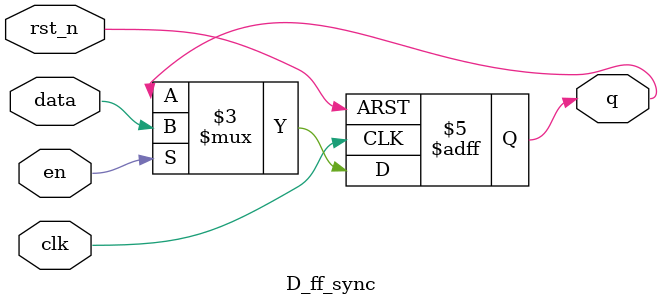
<source format=sv>
module D_ff_sync (
    input wire clk,
    input wire rst_n, 
    input wire data,    
    input wire en,      
    output reg q        
);

always @(posedge clk or negedge rst_n) begin
    if (!rst_n)
        q <= 1'b0;         
    else if (en)
        q <= data;         
end

endmodule

</source>
